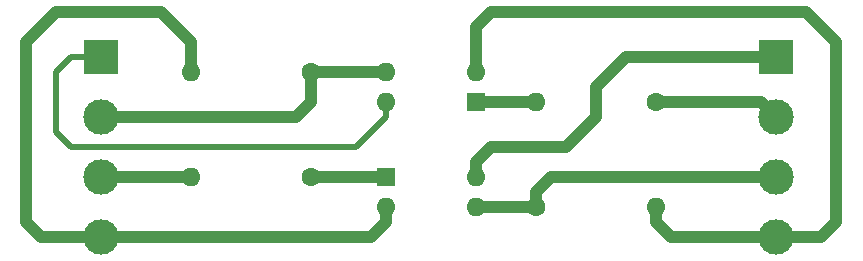
<source format=gbr>
G04 #@! TF.GenerationSoftware,KiCad,Pcbnew,(5.1.5)-3*
G04 #@! TF.CreationDate,2020-05-02T00:05:06+08:00*
G04 #@! TF.ProjectId,uartIsolator,75617274-4973-46f6-9c61-746f722e6b69,rev?*
G04 #@! TF.SameCoordinates,Original*
G04 #@! TF.FileFunction,Copper,L2,Bot*
G04 #@! TF.FilePolarity,Positive*
%FSLAX46Y46*%
G04 Gerber Fmt 4.6, Leading zero omitted, Abs format (unit mm)*
G04 Created by KiCad (PCBNEW (5.1.5)-3) date 2020-05-02 00:05:06*
%MOMM*%
%LPD*%
G04 APERTURE LIST*
%ADD10O,1.600000X1.600000*%
%ADD11R,1.600000X1.600000*%
%ADD12C,1.600000*%
%ADD13C,3.000000*%
%ADD14R,3.000000X3.000000*%
%ADD15C,1.000000*%
%ADD16C,0.500000*%
G04 APERTURE END LIST*
D10*
X167620000Y-68580000D03*
X175240000Y-66040000D03*
X167620000Y-66040000D03*
D11*
X175240000Y-68580000D03*
D10*
X175260000Y-74930000D03*
X167640000Y-77470000D03*
X175260000Y-77470000D03*
D11*
X167640000Y-74930000D03*
D10*
X180340000Y-68580000D03*
D12*
X190500000Y-68580000D03*
D10*
X190500000Y-77470000D03*
D12*
X180340000Y-77470000D03*
D10*
X151130000Y-66040000D03*
D12*
X161290000Y-66040000D03*
D10*
X151130000Y-74930000D03*
D12*
X161290000Y-74930000D03*
D13*
X200660000Y-80010000D03*
D14*
X200660000Y-64770000D03*
D13*
X200660000Y-74930000D03*
X200660000Y-69850000D03*
X143510000Y-80010000D03*
D14*
X143510000Y-64770000D03*
D13*
X143510000Y-74930000D03*
X143510000Y-69850000D03*
D15*
X167640000Y-77470000D02*
X167640000Y-78740000D01*
X166370000Y-80010000D02*
X143510000Y-80010000D01*
X167640000Y-78740000D02*
X166370000Y-80010000D01*
X151130000Y-66040000D02*
X151130000Y-63500000D01*
X151130000Y-63500000D02*
X148590000Y-60960000D01*
X148590000Y-60960000D02*
X139700000Y-60960000D01*
X139700000Y-60960000D02*
X137160000Y-63500000D01*
X137160000Y-63500000D02*
X137160000Y-78740000D01*
X138430000Y-80010000D02*
X143510000Y-80010000D01*
X137160000Y-78740000D02*
X138430000Y-80010000D01*
D16*
X167620000Y-68580000D02*
X167620000Y-69870000D01*
X167620000Y-69870000D02*
X165100000Y-72390000D01*
X165100000Y-72390000D02*
X140970000Y-72390000D01*
X140970000Y-72390000D02*
X139700000Y-71120000D01*
X139700000Y-71120000D02*
X139700000Y-66040000D01*
X140970000Y-64770000D02*
X143510000Y-64770000D01*
X139700000Y-66040000D02*
X140970000Y-64770000D01*
D15*
X143510000Y-74930000D02*
X151130000Y-74930000D01*
X161290000Y-66040000D02*
X161290000Y-68580000D01*
X160020000Y-69850000D02*
X143510000Y-69850000D01*
X161290000Y-68580000D02*
X160020000Y-69850000D01*
X161290000Y-66040000D02*
X167620000Y-66040000D01*
X190500000Y-78740000D02*
X190500000Y-77470000D01*
X200660000Y-80010000D02*
X191770000Y-80010000D01*
X191770000Y-80010000D02*
X190500000Y-78740000D01*
X175240000Y-62250000D02*
X175240000Y-66040000D01*
X176530000Y-60960000D02*
X175240000Y-62250000D01*
X205740000Y-78740000D02*
X205740000Y-63500000D01*
X205740000Y-63500000D02*
X203200000Y-60960000D01*
X200660000Y-80010000D02*
X204470000Y-80010000D01*
X204470000Y-80010000D02*
X205740000Y-78740000D01*
X203200000Y-60960000D02*
X176530000Y-60960000D01*
X176530000Y-72390000D02*
X175260000Y-73660000D01*
X187960000Y-64770000D02*
X185420000Y-67310000D01*
X200660000Y-64770000D02*
X187960000Y-64770000D01*
X175260000Y-73660000D02*
X175260000Y-74930000D01*
X185420000Y-67310000D02*
X185420000Y-69850000D01*
X185420000Y-69850000D02*
X182880000Y-72390000D01*
X182880000Y-72390000D02*
X176530000Y-72390000D01*
X175260000Y-77470000D02*
X180340000Y-77470000D01*
X180340000Y-77470000D02*
X180340000Y-76200000D01*
X180340000Y-76200000D02*
X181610000Y-74930000D01*
X181610000Y-74930000D02*
X200660000Y-74930000D01*
X199390000Y-68580000D02*
X200660000Y-69850000D01*
X190500000Y-68580000D02*
X199390000Y-68580000D01*
X161290000Y-74930000D02*
X167640000Y-74930000D01*
X175240000Y-68580000D02*
X180340000Y-68580000D01*
M02*

</source>
